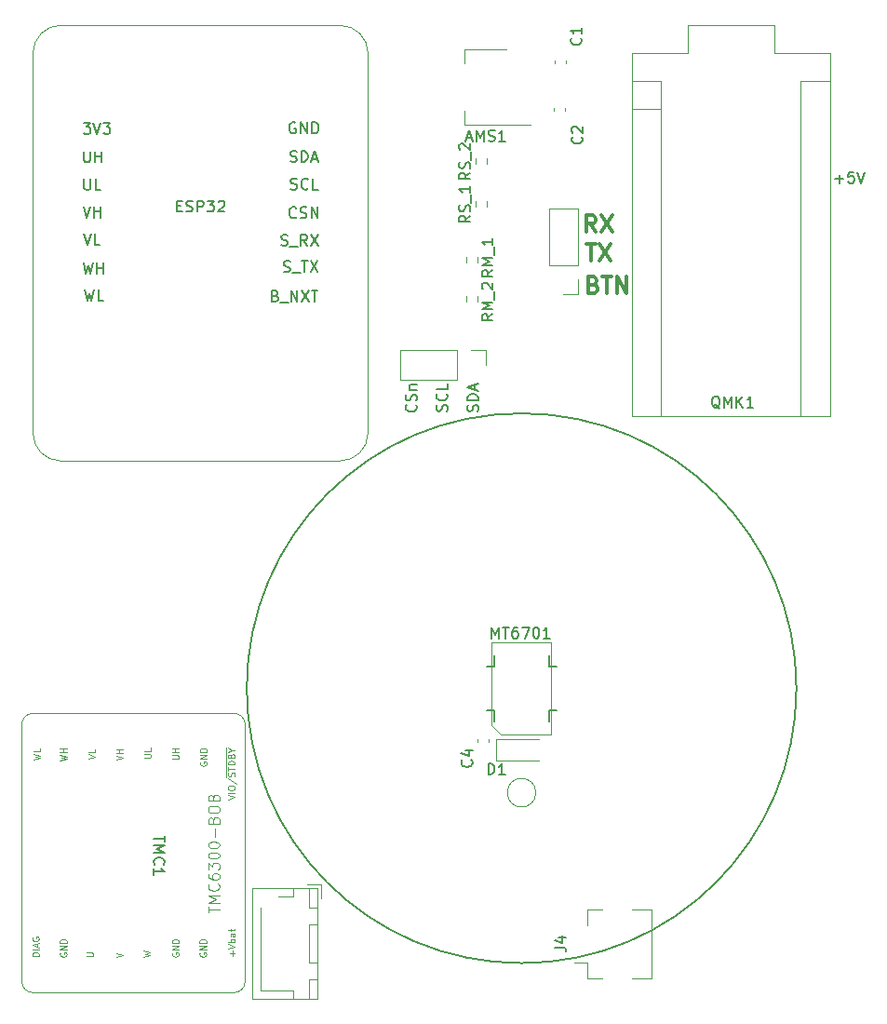
<source format=gbr>
%TF.GenerationSoftware,KiCad,Pcbnew,(6.0.1)*%
%TF.CreationDate,2023-04-08T22:05:36+08:00*%
%TF.ProjectId,Scroller Motor 1,5363726f-6c6c-4657-9220-4d6f746f7220,rev?*%
%TF.SameCoordinates,Original*%
%TF.FileFunction,Legend,Top*%
%TF.FilePolarity,Positive*%
%FSLAX46Y46*%
G04 Gerber Fmt 4.6, Leading zero omitted, Abs format (unit mm)*
G04 Created by KiCad (PCBNEW (6.0.1)) date 2023-04-08 22:05:36*
%MOMM*%
%LPD*%
G01*
G04 APERTURE LIST*
%ADD10C,0.150000*%
%ADD11C,0.300000*%
%ADD12C,0.100000*%
%ADD13C,0.120000*%
G04 APERTURE END LIST*
D10*
X129500000Y-124000000D02*
X129500000Y-125000000D01*
X124500000Y-129000000D02*
X123800000Y-129000000D01*
X129500000Y-125000000D02*
X129500000Y-124000000D01*
X123800000Y-125000000D02*
X124500000Y-125000000D01*
X129500000Y-129000000D02*
X129500000Y-130000000D01*
X124500000Y-125000000D02*
X124500000Y-124000000D01*
X129500000Y-125000000D02*
X130200000Y-125000000D01*
X124500000Y-129000000D02*
X124500000Y-130000000D01*
X130200000Y-129000000D02*
X129500000Y-129000000D01*
X152000000Y-127000000D02*
G75*
G03*
X152000000Y-127000000I-25000000J0D01*
G01*
D11*
X132857142Y-86578571D02*
X133714285Y-86578571D01*
X133285714Y-88078571D02*
X133285714Y-86578571D01*
X134071428Y-86578571D02*
X135071428Y-88078571D01*
X135071428Y-86578571D02*
X134071428Y-88078571D01*
D10*
X117357142Y-101219047D02*
X117404761Y-101266666D01*
X117452380Y-101409523D01*
X117452380Y-101504761D01*
X117404761Y-101647619D01*
X117309523Y-101742857D01*
X117214285Y-101790476D01*
X117023809Y-101838095D01*
X116880952Y-101838095D01*
X116690476Y-101790476D01*
X116595238Y-101742857D01*
X116500000Y-101647619D01*
X116452380Y-101504761D01*
X116452380Y-101409523D01*
X116500000Y-101266666D01*
X116547619Y-101219047D01*
X117404761Y-100838095D02*
X117452380Y-100695238D01*
X117452380Y-100457142D01*
X117404761Y-100361904D01*
X117357142Y-100314285D01*
X117261904Y-100266666D01*
X117166666Y-100266666D01*
X117071428Y-100314285D01*
X117023809Y-100361904D01*
X116976190Y-100457142D01*
X116928571Y-100647619D01*
X116880952Y-100742857D01*
X116833333Y-100790476D01*
X116738095Y-100838095D01*
X116642857Y-100838095D01*
X116547619Y-100790476D01*
X116500000Y-100742857D01*
X116452380Y-100647619D01*
X116452380Y-100409523D01*
X116500000Y-100266666D01*
X116785714Y-99838095D02*
X117452380Y-99838095D01*
X116880952Y-99838095D02*
X116833333Y-99790476D01*
X116785714Y-99695238D01*
X116785714Y-99552380D01*
X116833333Y-99457142D01*
X116928571Y-99409523D01*
X117452380Y-99409523D01*
X120204761Y-101790476D02*
X120252380Y-101647619D01*
X120252380Y-101409523D01*
X120204761Y-101314285D01*
X120157142Y-101266666D01*
X120061904Y-101219047D01*
X119966666Y-101219047D01*
X119871428Y-101266666D01*
X119823809Y-101314285D01*
X119776190Y-101409523D01*
X119728571Y-101600000D01*
X119680952Y-101695238D01*
X119633333Y-101742857D01*
X119538095Y-101790476D01*
X119442857Y-101790476D01*
X119347619Y-101742857D01*
X119300000Y-101695238D01*
X119252380Y-101600000D01*
X119252380Y-101361904D01*
X119300000Y-101219047D01*
X120157142Y-100219047D02*
X120204761Y-100266666D01*
X120252380Y-100409523D01*
X120252380Y-100504761D01*
X120204761Y-100647619D01*
X120109523Y-100742857D01*
X120014285Y-100790476D01*
X119823809Y-100838095D01*
X119680952Y-100838095D01*
X119490476Y-100790476D01*
X119395238Y-100742857D01*
X119300000Y-100647619D01*
X119252380Y-100504761D01*
X119252380Y-100409523D01*
X119300000Y-100266666D01*
X119347619Y-100219047D01*
X120252380Y-99314285D02*
X120252380Y-99790476D01*
X119252380Y-99790476D01*
D11*
X133550000Y-90292857D02*
X133764285Y-90364285D01*
X133835714Y-90435714D01*
X133907142Y-90578571D01*
X133907142Y-90792857D01*
X133835714Y-90935714D01*
X133764285Y-91007142D01*
X133621428Y-91078571D01*
X133050000Y-91078571D01*
X133050000Y-89578571D01*
X133550000Y-89578571D01*
X133692857Y-89650000D01*
X133764285Y-89721428D01*
X133835714Y-89864285D01*
X133835714Y-90007142D01*
X133764285Y-90150000D01*
X133692857Y-90221428D01*
X133550000Y-90292857D01*
X133050000Y-90292857D01*
X134335714Y-89578571D02*
X135192857Y-89578571D01*
X134764285Y-91078571D02*
X134764285Y-89578571D01*
X135692857Y-91078571D02*
X135692857Y-89578571D01*
X136550000Y-91078571D01*
X136550000Y-89578571D01*
D10*
X155514285Y-80671428D02*
X156276190Y-80671428D01*
X155895238Y-81052380D02*
X155895238Y-80290476D01*
X157228571Y-80052380D02*
X156752380Y-80052380D01*
X156704761Y-80528571D01*
X156752380Y-80480952D01*
X156847619Y-80433333D01*
X157085714Y-80433333D01*
X157180952Y-80480952D01*
X157228571Y-80528571D01*
X157276190Y-80623809D01*
X157276190Y-80861904D01*
X157228571Y-80957142D01*
X157180952Y-81004761D01*
X157085714Y-81052380D01*
X156847619Y-81052380D01*
X156752380Y-81004761D01*
X156704761Y-80957142D01*
X157561904Y-80052380D02*
X157895238Y-81052380D01*
X158228571Y-80052380D01*
X123004761Y-101814285D02*
X123052380Y-101671428D01*
X123052380Y-101433333D01*
X123004761Y-101338095D01*
X122957142Y-101290476D01*
X122861904Y-101242857D01*
X122766666Y-101242857D01*
X122671428Y-101290476D01*
X122623809Y-101338095D01*
X122576190Y-101433333D01*
X122528571Y-101623809D01*
X122480952Y-101719047D01*
X122433333Y-101766666D01*
X122338095Y-101814285D01*
X122242857Y-101814285D01*
X122147619Y-101766666D01*
X122100000Y-101719047D01*
X122052380Y-101623809D01*
X122052380Y-101385714D01*
X122100000Y-101242857D01*
X123052380Y-100814285D02*
X122052380Y-100814285D01*
X122052380Y-100576190D01*
X122100000Y-100433333D01*
X122195238Y-100338095D01*
X122290476Y-100290476D01*
X122480952Y-100242857D01*
X122623809Y-100242857D01*
X122814285Y-100290476D01*
X122909523Y-100338095D01*
X123004761Y-100433333D01*
X123052380Y-100576190D01*
X123052380Y-100814285D01*
X122766666Y-99861904D02*
X122766666Y-99385714D01*
X123052380Y-99957142D02*
X122052380Y-99623809D01*
X123052380Y-99290476D01*
D11*
X133750000Y-85478571D02*
X133250000Y-84764285D01*
X132892857Y-85478571D02*
X132892857Y-83978571D01*
X133464285Y-83978571D01*
X133607142Y-84050000D01*
X133678571Y-84121428D01*
X133750000Y-84264285D01*
X133750000Y-84478571D01*
X133678571Y-84621428D01*
X133607142Y-84692857D01*
X133464285Y-84764285D01*
X132892857Y-84764285D01*
X134250000Y-83978571D02*
X135250000Y-85478571D01*
X135250000Y-83978571D02*
X134250000Y-85478571D01*
D10*
%TO.C,J4*%
X130052380Y-150583333D02*
X130766666Y-150583333D01*
X130909523Y-150630952D01*
X131004761Y-150726190D01*
X131052380Y-150869047D01*
X131052380Y-150964285D01*
X130385714Y-149678571D02*
X131052380Y-149678571D01*
X130004761Y-149916666D02*
X130719047Y-150154761D01*
X130719047Y-149535714D01*
%TO.C,TMC1*%
X94527619Y-140406666D02*
X94527619Y-140978095D01*
X93527619Y-140692380D02*
X94527619Y-140692380D01*
X93527619Y-141311428D02*
X94527619Y-141311428D01*
X93813333Y-141644761D01*
X94527619Y-141978095D01*
X93527619Y-141978095D01*
X93622857Y-143025714D02*
X93575238Y-142978095D01*
X93527619Y-142835238D01*
X93527619Y-142740000D01*
X93575238Y-142597142D01*
X93670476Y-142501904D01*
X93765714Y-142454285D01*
X93956190Y-142406666D01*
X94099047Y-142406666D01*
X94289523Y-142454285D01*
X94384761Y-142501904D01*
X94480000Y-142597142D01*
X94527619Y-142740000D01*
X94527619Y-142835238D01*
X94480000Y-142978095D01*
X94432380Y-143025714D01*
X93527619Y-143978095D02*
X93527619Y-143406666D01*
X93527619Y-143692380D02*
X94527619Y-143692380D01*
X94384761Y-143597142D01*
X94289523Y-143501904D01*
X94241904Y-143406666D01*
D12*
X97780036Y-133717857D02*
X97751464Y-133775000D01*
X97751464Y-133860714D01*
X97780036Y-133946428D01*
X97837178Y-134003571D01*
X97894321Y-134032142D01*
X98008607Y-134060714D01*
X98094321Y-134060714D01*
X98208607Y-134032142D01*
X98265750Y-134003571D01*
X98322893Y-133946428D01*
X98351464Y-133860714D01*
X98351464Y-133803571D01*
X98322893Y-133717857D01*
X98294321Y-133689285D01*
X98094321Y-133689285D01*
X98094321Y-133803571D01*
X98351464Y-133432142D02*
X97751464Y-133432142D01*
X98351464Y-133089285D01*
X97751464Y-133089285D01*
X98351464Y-132803571D02*
X97751464Y-132803571D01*
X97751464Y-132660714D01*
X97780036Y-132575000D01*
X97837178Y-132517857D01*
X97894321Y-132489285D01*
X98008607Y-132460714D01*
X98094321Y-132460714D01*
X98208607Y-132489285D01*
X98265750Y-132517857D01*
X98322893Y-132575000D01*
X98351464Y-132660714D01*
X98351464Y-132803571D01*
X95240000Y-151076428D02*
X95211428Y-151133571D01*
X95211428Y-151219285D01*
X95240000Y-151305000D01*
X95297142Y-151362142D01*
X95354285Y-151390714D01*
X95468571Y-151419285D01*
X95554285Y-151419285D01*
X95668571Y-151390714D01*
X95725714Y-151362142D01*
X95782857Y-151305000D01*
X95811428Y-151219285D01*
X95811428Y-151162142D01*
X95782857Y-151076428D01*
X95754285Y-151047857D01*
X95554285Y-151047857D01*
X95554285Y-151162142D01*
X95811428Y-150790714D02*
X95211428Y-150790714D01*
X95811428Y-150447857D01*
X95211428Y-150447857D01*
X95811428Y-150162142D02*
X95211428Y-150162142D01*
X95211428Y-150019285D01*
X95240000Y-149933571D01*
X95297142Y-149876428D01*
X95354285Y-149847857D01*
X95468571Y-149819285D01*
X95554285Y-149819285D01*
X95668571Y-149847857D01*
X95725714Y-149876428D01*
X95782857Y-149933571D01*
X95811428Y-150019285D01*
X95811428Y-150162142D01*
X85040000Y-151076428D02*
X85011428Y-151133571D01*
X85011428Y-151219285D01*
X85040000Y-151305000D01*
X85097142Y-151362142D01*
X85154285Y-151390714D01*
X85268571Y-151419285D01*
X85354285Y-151419285D01*
X85468571Y-151390714D01*
X85525714Y-151362142D01*
X85582857Y-151305000D01*
X85611428Y-151219285D01*
X85611428Y-151162142D01*
X85582857Y-151076428D01*
X85554285Y-151047857D01*
X85354285Y-151047857D01*
X85354285Y-151162142D01*
X85611428Y-150790714D02*
X85011428Y-150790714D01*
X85611428Y-150447857D01*
X85011428Y-150447857D01*
X85611428Y-150162142D02*
X85011428Y-150162142D01*
X85011428Y-150019285D01*
X85040000Y-149933571D01*
X85097142Y-149876428D01*
X85154285Y-149847857D01*
X85268571Y-149819285D01*
X85354285Y-149819285D01*
X85468571Y-149847857D01*
X85525714Y-149876428D01*
X85582857Y-149933571D01*
X85611428Y-150019285D01*
X85611428Y-150162142D01*
X100682857Y-151347857D02*
X100682857Y-150890714D01*
X100911428Y-151119285D02*
X100454285Y-151119285D01*
X100311428Y-150690714D02*
X100911428Y-150490714D01*
X100311428Y-150290714D01*
X100911428Y-150090714D02*
X100311428Y-150090714D01*
X100540000Y-150090714D02*
X100511428Y-150033571D01*
X100511428Y-149919285D01*
X100540000Y-149862142D01*
X100568571Y-149833571D01*
X100625714Y-149805000D01*
X100797142Y-149805000D01*
X100854285Y-149833571D01*
X100882857Y-149862142D01*
X100911428Y-149919285D01*
X100911428Y-150033571D01*
X100882857Y-150090714D01*
X100911428Y-149290714D02*
X100597142Y-149290714D01*
X100540000Y-149319285D01*
X100511428Y-149376428D01*
X100511428Y-149490714D01*
X100540000Y-149547857D01*
X100882857Y-149290714D02*
X100911428Y-149347857D01*
X100911428Y-149490714D01*
X100882857Y-149547857D01*
X100825714Y-149576428D01*
X100768571Y-149576428D01*
X100711428Y-149547857D01*
X100682857Y-149490714D01*
X100682857Y-149347857D01*
X100654285Y-149290714D01*
X100511428Y-149090714D02*
X100511428Y-148862142D01*
X100311428Y-149005000D02*
X100825714Y-149005000D01*
X100882857Y-148976428D01*
X100911428Y-148919285D01*
X100911428Y-148862142D01*
X90111428Y-133517857D02*
X90711428Y-133317857D01*
X90111428Y-133117857D01*
X90711428Y-132917857D02*
X90111428Y-132917857D01*
X90397142Y-132917857D02*
X90397142Y-132575000D01*
X90711428Y-132575000D02*
X90111428Y-132575000D01*
X100294321Y-137117857D02*
X100894321Y-136917857D01*
X100294321Y-136717857D01*
X100894321Y-136517857D02*
X100294321Y-136517857D01*
X100294321Y-136117857D02*
X100294321Y-136003571D01*
X100322893Y-135946428D01*
X100380035Y-135889285D01*
X100494321Y-135860714D01*
X100694321Y-135860714D01*
X100808607Y-135889285D01*
X100865750Y-135946428D01*
X100894321Y-136003571D01*
X100894321Y-136117857D01*
X100865750Y-136175000D01*
X100808607Y-136232142D01*
X100694321Y-136260714D01*
X100494321Y-136260714D01*
X100380035Y-136232142D01*
X100322893Y-136175000D01*
X100294321Y-136117857D01*
X100265750Y-135175000D02*
X101037178Y-135689285D01*
X100124893Y-135117857D02*
X100124893Y-134546428D01*
X100865750Y-135003571D02*
X100894321Y-134917857D01*
X100894321Y-134775000D01*
X100865750Y-134717857D01*
X100837178Y-134689285D01*
X100780035Y-134660714D01*
X100722893Y-134660714D01*
X100665750Y-134689285D01*
X100637178Y-134717857D01*
X100608607Y-134775000D01*
X100580035Y-134889285D01*
X100551464Y-134946428D01*
X100522893Y-134975000D01*
X100465750Y-135003571D01*
X100408607Y-135003571D01*
X100351464Y-134975000D01*
X100322893Y-134946428D01*
X100294321Y-134889285D01*
X100294321Y-134746428D01*
X100322893Y-134660714D01*
X100124893Y-134546428D02*
X100124893Y-134089285D01*
X100294321Y-134489285D02*
X100294321Y-134146428D01*
X100894321Y-134317857D02*
X100294321Y-134317857D01*
X100124893Y-134089285D02*
X100124893Y-133489285D01*
X100894321Y-133946428D02*
X100294321Y-133946428D01*
X100294321Y-133803571D01*
X100322893Y-133717857D01*
X100380035Y-133660714D01*
X100437178Y-133632142D01*
X100551464Y-133603571D01*
X100637178Y-133603571D01*
X100751464Y-133632142D01*
X100808607Y-133660714D01*
X100865750Y-133717857D01*
X100894321Y-133803571D01*
X100894321Y-133946428D01*
X100124893Y-133489285D02*
X100124893Y-132889285D01*
X100580035Y-133146428D02*
X100608607Y-133060714D01*
X100637178Y-133032142D01*
X100694321Y-133003571D01*
X100780035Y-133003571D01*
X100837178Y-133032142D01*
X100865750Y-133060714D01*
X100894321Y-133117857D01*
X100894321Y-133346428D01*
X100294321Y-133346428D01*
X100294321Y-133146428D01*
X100322893Y-133089285D01*
X100351464Y-133060714D01*
X100408607Y-133032142D01*
X100465750Y-133032142D01*
X100522893Y-133060714D01*
X100551464Y-133089285D01*
X100580035Y-133146428D01*
X100580035Y-133346428D01*
X100124893Y-132889285D02*
X100124893Y-132375000D01*
X100608607Y-132632142D02*
X100894321Y-132632142D01*
X100294321Y-132832142D02*
X100608607Y-132632142D01*
X100294321Y-132432142D01*
X92611428Y-151405000D02*
X93211428Y-151262142D01*
X92782857Y-151147857D01*
X93211428Y-151033571D01*
X92611428Y-150890714D01*
X83094321Y-151362142D02*
X82494321Y-151362142D01*
X82494321Y-151219285D01*
X82522893Y-151133571D01*
X82580035Y-151076428D01*
X82637178Y-151047857D01*
X82751464Y-151019285D01*
X82837178Y-151019285D01*
X82951464Y-151047857D01*
X83008607Y-151076428D01*
X83065750Y-151133571D01*
X83094321Y-151219285D01*
X83094321Y-151362142D01*
X83094321Y-150762142D02*
X82494321Y-150762142D01*
X82922893Y-150505000D02*
X82922893Y-150219285D01*
X83094321Y-150562142D02*
X82494321Y-150362142D01*
X83094321Y-150162142D01*
X82522893Y-149647857D02*
X82494321Y-149705000D01*
X82494321Y-149790714D01*
X82522893Y-149876428D01*
X82580035Y-149933571D01*
X82637178Y-149962142D01*
X82751464Y-149990714D01*
X82837178Y-149990714D01*
X82951464Y-149962142D01*
X83008607Y-149933571D01*
X83065750Y-149876428D01*
X83094321Y-149790714D01*
X83094321Y-149733571D01*
X83065750Y-149647857D01*
X83037178Y-149619285D01*
X82837178Y-149619285D01*
X82837178Y-149733571D01*
X90111428Y-151462142D02*
X90711428Y-151262142D01*
X90111428Y-151062142D01*
X95208607Y-133432142D02*
X95694321Y-133432142D01*
X95751464Y-133403571D01*
X95780036Y-133375000D01*
X95808607Y-133317857D01*
X95808607Y-133203571D01*
X95780036Y-133146428D01*
X95751464Y-133117857D01*
X95694321Y-133089285D01*
X95208607Y-133089285D01*
X95808607Y-132803571D02*
X95208607Y-132803571D01*
X95494321Y-132803571D02*
X95494321Y-132460714D01*
X95808607Y-132460714D02*
X95208607Y-132460714D01*
X87580036Y-133417857D02*
X88180036Y-133217857D01*
X87580036Y-133017857D01*
X88180036Y-132532142D02*
X88180036Y-132817857D01*
X87580036Y-132817857D01*
X98492380Y-147401868D02*
X98492380Y-146830440D01*
X99492380Y-147116154D02*
X98492380Y-147116154D01*
X99492380Y-146497107D02*
X98492380Y-146497107D01*
X99206666Y-146163773D01*
X98492380Y-145830440D01*
X99492380Y-145830440D01*
X99397142Y-144782821D02*
X99444761Y-144830440D01*
X99492380Y-144973297D01*
X99492380Y-145068535D01*
X99444761Y-145211392D01*
X99349523Y-145306630D01*
X99254285Y-145354249D01*
X99063809Y-145401868D01*
X98920952Y-145401868D01*
X98730476Y-145354249D01*
X98635238Y-145306630D01*
X98540000Y-145211392D01*
X98492380Y-145068535D01*
X98492380Y-144973297D01*
X98540000Y-144830440D01*
X98587619Y-144782821D01*
X98492380Y-143925678D02*
X98492380Y-144116154D01*
X98540000Y-144211392D01*
X98587619Y-144259011D01*
X98730476Y-144354249D01*
X98920952Y-144401868D01*
X99301904Y-144401868D01*
X99397142Y-144354249D01*
X99444761Y-144306630D01*
X99492380Y-144211392D01*
X99492380Y-144020916D01*
X99444761Y-143925678D01*
X99397142Y-143878059D01*
X99301904Y-143830440D01*
X99063809Y-143830440D01*
X98968571Y-143878059D01*
X98920952Y-143925678D01*
X98873333Y-144020916D01*
X98873333Y-144211392D01*
X98920952Y-144306630D01*
X98968571Y-144354249D01*
X99063809Y-144401868D01*
X98492380Y-143497107D02*
X98492380Y-142878059D01*
X98873333Y-143211392D01*
X98873333Y-143068535D01*
X98920952Y-142973297D01*
X98968571Y-142925678D01*
X99063809Y-142878059D01*
X99301904Y-142878059D01*
X99397142Y-142925678D01*
X99444761Y-142973297D01*
X99492380Y-143068535D01*
X99492380Y-143354249D01*
X99444761Y-143449487D01*
X99397142Y-143497107D01*
X98492380Y-142259011D02*
X98492380Y-142163773D01*
X98540000Y-142068535D01*
X98587619Y-142020916D01*
X98682857Y-141973297D01*
X98873333Y-141925678D01*
X99111428Y-141925678D01*
X99301904Y-141973297D01*
X99397142Y-142020916D01*
X99444761Y-142068535D01*
X99492380Y-142163773D01*
X99492380Y-142259011D01*
X99444761Y-142354249D01*
X99397142Y-142401868D01*
X99301904Y-142449487D01*
X99111428Y-142497107D01*
X98873333Y-142497107D01*
X98682857Y-142449487D01*
X98587619Y-142401868D01*
X98540000Y-142354249D01*
X98492380Y-142259011D01*
X98492380Y-141306630D02*
X98492380Y-141211392D01*
X98540000Y-141116154D01*
X98587619Y-141068535D01*
X98682857Y-141020916D01*
X98873333Y-140973297D01*
X99111428Y-140973297D01*
X99301904Y-141020916D01*
X99397142Y-141068535D01*
X99444761Y-141116154D01*
X99492380Y-141211392D01*
X99492380Y-141306630D01*
X99444761Y-141401868D01*
X99397142Y-141449487D01*
X99301904Y-141497107D01*
X99111428Y-141544726D01*
X98873333Y-141544726D01*
X98682857Y-141497107D01*
X98587619Y-141449487D01*
X98540000Y-141401868D01*
X98492380Y-141306630D01*
X99111428Y-140544726D02*
X99111428Y-139782821D01*
X98968571Y-138973297D02*
X99016190Y-138830440D01*
X99063809Y-138782821D01*
X99159047Y-138735202D01*
X99301904Y-138735202D01*
X99397142Y-138782821D01*
X99444761Y-138830440D01*
X99492380Y-138925678D01*
X99492380Y-139306630D01*
X98492380Y-139306630D01*
X98492380Y-138973297D01*
X98540000Y-138878059D01*
X98587619Y-138830440D01*
X98682857Y-138782821D01*
X98778095Y-138782821D01*
X98873333Y-138830440D01*
X98920952Y-138878059D01*
X98968571Y-138973297D01*
X98968571Y-139306630D01*
X98492380Y-138116154D02*
X98492380Y-137925678D01*
X98540000Y-137830440D01*
X98635238Y-137735202D01*
X98825714Y-137687583D01*
X99159047Y-137687583D01*
X99349523Y-137735202D01*
X99444761Y-137830440D01*
X99492380Y-137925678D01*
X99492380Y-138116154D01*
X99444761Y-138211392D01*
X99349523Y-138306630D01*
X99159047Y-138354249D01*
X98825714Y-138354249D01*
X98635238Y-138306630D01*
X98540000Y-138211392D01*
X98492380Y-138116154D01*
X98968571Y-136925678D02*
X99016190Y-136782821D01*
X99063809Y-136735202D01*
X99159047Y-136687583D01*
X99301904Y-136687583D01*
X99397142Y-136735202D01*
X99444761Y-136782821D01*
X99492380Y-136878059D01*
X99492380Y-137259011D01*
X98492380Y-137259011D01*
X98492380Y-136925678D01*
X98540000Y-136830440D01*
X98587619Y-136782821D01*
X98682857Y-136735202D01*
X98778095Y-136735202D01*
X98873333Y-136782821D01*
X98920952Y-136830440D01*
X98968571Y-136925678D01*
X98968571Y-137259011D01*
X85011428Y-133589285D02*
X85611428Y-133446428D01*
X85182857Y-133332142D01*
X85611428Y-133217857D01*
X85011428Y-133075000D01*
X85611428Y-132846428D02*
X85011428Y-132846428D01*
X85297142Y-132846428D02*
X85297142Y-132503571D01*
X85611428Y-132503571D02*
X85011428Y-132503571D01*
X87411428Y-151390714D02*
X87897142Y-151390714D01*
X87954285Y-151362142D01*
X87982857Y-151333571D01*
X88011428Y-151276428D01*
X88011428Y-151162142D01*
X87982857Y-151105000D01*
X87954285Y-151076428D01*
X87897142Y-151047857D01*
X87411428Y-151047857D01*
X82611428Y-133489285D02*
X83211428Y-133346428D01*
X82782857Y-133232142D01*
X83211428Y-133117857D01*
X82611428Y-132975000D01*
X83211428Y-132460714D02*
X83211428Y-132746428D01*
X82611428Y-132746428D01*
X97740000Y-151076428D02*
X97711428Y-151133571D01*
X97711428Y-151219285D01*
X97740000Y-151305000D01*
X97797142Y-151362142D01*
X97854285Y-151390714D01*
X97968571Y-151419285D01*
X98054285Y-151419285D01*
X98168571Y-151390714D01*
X98225714Y-151362142D01*
X98282857Y-151305000D01*
X98311428Y-151219285D01*
X98311428Y-151162142D01*
X98282857Y-151076428D01*
X98254285Y-151047857D01*
X98054285Y-151047857D01*
X98054285Y-151162142D01*
X98311428Y-150790714D02*
X97711428Y-150790714D01*
X98311428Y-150447857D01*
X97711428Y-150447857D01*
X98311428Y-150162142D02*
X97711428Y-150162142D01*
X97711428Y-150019285D01*
X97740000Y-149933571D01*
X97797142Y-149876428D01*
X97854285Y-149847857D01*
X97968571Y-149819285D01*
X98054285Y-149819285D01*
X98168571Y-149847857D01*
X98225714Y-149876428D01*
X98282857Y-149933571D01*
X98311428Y-150019285D01*
X98311428Y-150162142D01*
X92665750Y-133332142D02*
X93151464Y-133332142D01*
X93208607Y-133303571D01*
X93237179Y-133275000D01*
X93265750Y-133217857D01*
X93265750Y-133103571D01*
X93237179Y-133046428D01*
X93208607Y-133017857D01*
X93151464Y-132989285D01*
X92665750Y-132989285D01*
X93265750Y-132417857D02*
X93265750Y-132703571D01*
X92665750Y-132703571D01*
D10*
%TO.C,C1*%
X132357142Y-67866666D02*
X132404761Y-67914285D01*
X132452380Y-68057142D01*
X132452380Y-68152380D01*
X132404761Y-68295238D01*
X132309523Y-68390476D01*
X132214285Y-68438095D01*
X132023809Y-68485714D01*
X131880952Y-68485714D01*
X131690476Y-68438095D01*
X131595238Y-68390476D01*
X131500000Y-68295238D01*
X131452380Y-68152380D01*
X131452380Y-68057142D01*
X131500000Y-67914285D01*
X131547619Y-67866666D01*
X132452380Y-66914285D02*
X132452380Y-67485714D01*
X132452380Y-67200000D02*
X131452380Y-67200000D01*
X131595238Y-67295238D01*
X131690476Y-67390476D01*
X131738095Y-67485714D01*
%TO.C,RM_1*%
X124382380Y-88979047D02*
X123906190Y-89312380D01*
X124382380Y-89550476D02*
X123382380Y-89550476D01*
X123382380Y-89169523D01*
X123430000Y-89074285D01*
X123477619Y-89026666D01*
X123572857Y-88979047D01*
X123715714Y-88979047D01*
X123810952Y-89026666D01*
X123858571Y-89074285D01*
X123906190Y-89169523D01*
X123906190Y-89550476D01*
X124382380Y-88550476D02*
X123382380Y-88550476D01*
X124096666Y-88217142D01*
X123382380Y-87883809D01*
X124382380Y-87883809D01*
X124477619Y-87645714D02*
X124477619Y-86883809D01*
X124382380Y-86121904D02*
X124382380Y-86693333D01*
X124382380Y-86407619D02*
X123382380Y-86407619D01*
X123525238Y-86502857D01*
X123620476Y-86598095D01*
X123668095Y-86693333D01*
%TO.C,RS_2*%
X122322380Y-80111309D02*
X121846190Y-80444642D01*
X122322380Y-80682738D02*
X121322380Y-80682738D01*
X121322380Y-80301785D01*
X121370000Y-80206547D01*
X121417619Y-80158928D01*
X121512857Y-80111309D01*
X121655714Y-80111309D01*
X121750952Y-80158928D01*
X121798571Y-80206547D01*
X121846190Y-80301785D01*
X121846190Y-80682738D01*
X122274761Y-79730357D02*
X122322380Y-79587500D01*
X122322380Y-79349404D01*
X122274761Y-79254166D01*
X122227142Y-79206547D01*
X122131904Y-79158928D01*
X122036666Y-79158928D01*
X121941428Y-79206547D01*
X121893809Y-79254166D01*
X121846190Y-79349404D01*
X121798571Y-79539880D01*
X121750952Y-79635119D01*
X121703333Y-79682738D01*
X121608095Y-79730357D01*
X121512857Y-79730357D01*
X121417619Y-79682738D01*
X121370000Y-79635119D01*
X121322380Y-79539880D01*
X121322380Y-79301785D01*
X121370000Y-79158928D01*
X122417619Y-78968452D02*
X122417619Y-78206547D01*
X121417619Y-78016071D02*
X121370000Y-77968452D01*
X121322380Y-77873214D01*
X121322380Y-77635119D01*
X121370000Y-77539880D01*
X121417619Y-77492261D01*
X121512857Y-77444642D01*
X121608095Y-77444642D01*
X121750952Y-77492261D01*
X122322380Y-78063690D01*
X122322380Y-77444642D01*
%TO.C,QMK1*%
X145033333Y-101547619D02*
X144938095Y-101500000D01*
X144842857Y-101404761D01*
X144700000Y-101261904D01*
X144604761Y-101214285D01*
X144509523Y-101214285D01*
X144557142Y-101452380D02*
X144461904Y-101404761D01*
X144366666Y-101309523D01*
X144319047Y-101119047D01*
X144319047Y-100785714D01*
X144366666Y-100595238D01*
X144461904Y-100500000D01*
X144557142Y-100452380D01*
X144747619Y-100452380D01*
X144842857Y-100500000D01*
X144938095Y-100595238D01*
X144985714Y-100785714D01*
X144985714Y-101119047D01*
X144938095Y-101309523D01*
X144842857Y-101404761D01*
X144747619Y-101452380D01*
X144557142Y-101452380D01*
X145414285Y-101452380D02*
X145414285Y-100452380D01*
X145747619Y-101166666D01*
X146080952Y-100452380D01*
X146080952Y-101452380D01*
X146557142Y-101452380D02*
X146557142Y-100452380D01*
X147128571Y-101452380D02*
X146700000Y-100880952D01*
X147128571Y-100452380D02*
X146557142Y-101023809D01*
X148080952Y-101452380D02*
X147509523Y-101452380D01*
X147795238Y-101452380D02*
X147795238Y-100452380D01*
X147700000Y-100595238D01*
X147604761Y-100690476D01*
X147509523Y-100738095D01*
%TO.C,C4*%
X122427142Y-133529166D02*
X122474761Y-133576785D01*
X122522380Y-133719642D01*
X122522380Y-133814880D01*
X122474761Y-133957738D01*
X122379523Y-134052976D01*
X122284285Y-134100595D01*
X122093809Y-134148214D01*
X121950952Y-134148214D01*
X121760476Y-134100595D01*
X121665238Y-134052976D01*
X121570000Y-133957738D01*
X121522380Y-133814880D01*
X121522380Y-133719642D01*
X121570000Y-133576785D01*
X121617619Y-133529166D01*
X121855714Y-132672023D02*
X122522380Y-132672023D01*
X121474761Y-132910119D02*
X122189047Y-133148214D01*
X122189047Y-132529166D01*
%TO.C,RM_2*%
X124382380Y-92979047D02*
X123906190Y-93312380D01*
X124382380Y-93550476D02*
X123382380Y-93550476D01*
X123382380Y-93169523D01*
X123430000Y-93074285D01*
X123477619Y-93026666D01*
X123572857Y-92979047D01*
X123715714Y-92979047D01*
X123810952Y-93026666D01*
X123858571Y-93074285D01*
X123906190Y-93169523D01*
X123906190Y-93550476D01*
X124382380Y-92550476D02*
X123382380Y-92550476D01*
X124096666Y-92217142D01*
X123382380Y-91883809D01*
X124382380Y-91883809D01*
X124477619Y-91645714D02*
X124477619Y-90883809D01*
X123477619Y-90693333D02*
X123430000Y-90645714D01*
X123382380Y-90550476D01*
X123382380Y-90312380D01*
X123430000Y-90217142D01*
X123477619Y-90169523D01*
X123572857Y-90121904D01*
X123668095Y-90121904D01*
X123810952Y-90169523D01*
X124382380Y-90740952D01*
X124382380Y-90121904D01*
%TO.C,ESP32*%
X95647142Y-83128571D02*
X95980476Y-83128571D01*
X96123333Y-83652380D02*
X95647142Y-83652380D01*
X95647142Y-82652380D01*
X96123333Y-82652380D01*
X96504285Y-83604761D02*
X96647142Y-83652380D01*
X96885238Y-83652380D01*
X96980476Y-83604761D01*
X97028095Y-83557142D01*
X97075714Y-83461904D01*
X97075714Y-83366666D01*
X97028095Y-83271428D01*
X96980476Y-83223809D01*
X96885238Y-83176190D01*
X96694761Y-83128571D01*
X96599523Y-83080952D01*
X96551904Y-83033333D01*
X96504285Y-82938095D01*
X96504285Y-82842857D01*
X96551904Y-82747619D01*
X96599523Y-82700000D01*
X96694761Y-82652380D01*
X96932857Y-82652380D01*
X97075714Y-82700000D01*
X97504285Y-83652380D02*
X97504285Y-82652380D01*
X97885238Y-82652380D01*
X97980476Y-82700000D01*
X98028095Y-82747619D01*
X98075714Y-82842857D01*
X98075714Y-82985714D01*
X98028095Y-83080952D01*
X97980476Y-83128571D01*
X97885238Y-83176190D01*
X97504285Y-83176190D01*
X98409047Y-82652380D02*
X99028095Y-82652380D01*
X98694761Y-83033333D01*
X98837619Y-83033333D01*
X98932857Y-83080952D01*
X98980476Y-83128571D01*
X99028095Y-83223809D01*
X99028095Y-83461904D01*
X98980476Y-83557142D01*
X98932857Y-83604761D01*
X98837619Y-83652380D01*
X98551904Y-83652380D01*
X98456666Y-83604761D01*
X98409047Y-83557142D01*
X99409047Y-82747619D02*
X99456666Y-82700000D01*
X99551904Y-82652380D01*
X99790000Y-82652380D01*
X99885238Y-82700000D01*
X99932857Y-82747619D01*
X99980476Y-82842857D01*
X99980476Y-82938095D01*
X99932857Y-83080952D01*
X99361428Y-83652380D01*
X99980476Y-83652380D01*
X106426095Y-75586000D02*
X106330857Y-75538380D01*
X106188000Y-75538380D01*
X106045142Y-75586000D01*
X105949904Y-75681238D01*
X105902285Y-75776476D01*
X105854666Y-75966952D01*
X105854666Y-76109809D01*
X105902285Y-76300285D01*
X105949904Y-76395523D01*
X106045142Y-76490761D01*
X106188000Y-76538380D01*
X106283238Y-76538380D01*
X106426095Y-76490761D01*
X106473714Y-76443142D01*
X106473714Y-76109809D01*
X106283238Y-76109809D01*
X106902285Y-76538380D02*
X106902285Y-75538380D01*
X107473714Y-76538380D01*
X107473714Y-75538380D01*
X107949904Y-76538380D02*
X107949904Y-75538380D01*
X108188000Y-75538380D01*
X108330857Y-75586000D01*
X108426095Y-75681238D01*
X108473714Y-75776476D01*
X108521333Y-75966952D01*
X108521333Y-76109809D01*
X108473714Y-76300285D01*
X108426095Y-76395523D01*
X108330857Y-76490761D01*
X108188000Y-76538380D01*
X107949904Y-76538380D01*
X104597523Y-91314571D02*
X104740380Y-91362190D01*
X104788000Y-91409809D01*
X104835619Y-91505047D01*
X104835619Y-91647904D01*
X104788000Y-91743142D01*
X104740380Y-91790761D01*
X104645142Y-91838380D01*
X104264190Y-91838380D01*
X104264190Y-90838380D01*
X104597523Y-90838380D01*
X104692761Y-90886000D01*
X104740380Y-90933619D01*
X104788000Y-91028857D01*
X104788000Y-91124095D01*
X104740380Y-91219333D01*
X104692761Y-91266952D01*
X104597523Y-91314571D01*
X104264190Y-91314571D01*
X105026095Y-91933619D02*
X105788000Y-91933619D01*
X106026095Y-91838380D02*
X106026095Y-90838380D01*
X106597523Y-91838380D01*
X106597523Y-90838380D01*
X106978476Y-90838380D02*
X107645142Y-91838380D01*
X107645142Y-90838380D02*
X106978476Y-91838380D01*
X107883238Y-90838380D02*
X108454666Y-90838380D01*
X108168952Y-91838380D02*
X108168952Y-90838380D01*
X87182476Y-78178380D02*
X87182476Y-78987904D01*
X87230095Y-79083142D01*
X87277714Y-79130761D01*
X87372952Y-79178380D01*
X87563428Y-79178380D01*
X87658666Y-79130761D01*
X87706285Y-79083142D01*
X87753904Y-78987904D01*
X87753904Y-78178380D01*
X88230095Y-79178380D02*
X88230095Y-78178380D01*
X88230095Y-78654571D02*
X88801523Y-78654571D01*
X88801523Y-79178380D02*
X88801523Y-78178380D01*
X105364190Y-89090761D02*
X105507047Y-89138380D01*
X105745142Y-89138380D01*
X105840380Y-89090761D01*
X105888000Y-89043142D01*
X105935619Y-88947904D01*
X105935619Y-88852666D01*
X105888000Y-88757428D01*
X105840380Y-88709809D01*
X105745142Y-88662190D01*
X105554666Y-88614571D01*
X105459428Y-88566952D01*
X105411809Y-88519333D01*
X105364190Y-88424095D01*
X105364190Y-88328857D01*
X105411809Y-88233619D01*
X105459428Y-88186000D01*
X105554666Y-88138380D01*
X105792761Y-88138380D01*
X105935619Y-88186000D01*
X106126095Y-89233619D02*
X106888000Y-89233619D01*
X106983238Y-88138380D02*
X107554666Y-88138380D01*
X107268952Y-89138380D02*
X107268952Y-88138380D01*
X107792761Y-88138380D02*
X108459428Y-89138380D01*
X108459428Y-88138380D02*
X107792761Y-89138380D01*
X105997523Y-81590761D02*
X106140380Y-81638380D01*
X106378476Y-81638380D01*
X106473714Y-81590761D01*
X106521333Y-81543142D01*
X106568952Y-81447904D01*
X106568952Y-81352666D01*
X106521333Y-81257428D01*
X106473714Y-81209809D01*
X106378476Y-81162190D01*
X106188000Y-81114571D01*
X106092761Y-81066952D01*
X106045142Y-81019333D01*
X105997523Y-80924095D01*
X105997523Y-80828857D01*
X106045142Y-80733619D01*
X106092761Y-80686000D01*
X106188000Y-80638380D01*
X106426095Y-80638380D01*
X106568952Y-80686000D01*
X107568952Y-81543142D02*
X107521333Y-81590761D01*
X107378476Y-81638380D01*
X107283238Y-81638380D01*
X107140380Y-81590761D01*
X107045142Y-81495523D01*
X106997523Y-81400285D01*
X106949904Y-81209809D01*
X106949904Y-81066952D01*
X106997523Y-80876476D01*
X107045142Y-80781238D01*
X107140380Y-80686000D01*
X107283238Y-80638380D01*
X107378476Y-80638380D01*
X107521333Y-80686000D01*
X107568952Y-80733619D01*
X108473714Y-81638380D02*
X107997523Y-81638380D01*
X107997523Y-80638380D01*
X87258666Y-90778380D02*
X87496761Y-91778380D01*
X87687238Y-91064095D01*
X87877714Y-91778380D01*
X88115809Y-90778380D01*
X88972952Y-91778380D02*
X88496761Y-91778380D01*
X88496761Y-90778380D01*
X105973714Y-79090761D02*
X106116571Y-79138380D01*
X106354666Y-79138380D01*
X106449904Y-79090761D01*
X106497523Y-79043142D01*
X106545142Y-78947904D01*
X106545142Y-78852666D01*
X106497523Y-78757428D01*
X106449904Y-78709809D01*
X106354666Y-78662190D01*
X106164190Y-78614571D01*
X106068952Y-78566952D01*
X106021333Y-78519333D01*
X105973714Y-78424095D01*
X105973714Y-78328857D01*
X106021333Y-78233619D01*
X106068952Y-78186000D01*
X106164190Y-78138380D01*
X106402285Y-78138380D01*
X106545142Y-78186000D01*
X106973714Y-79138380D02*
X106973714Y-78138380D01*
X107211809Y-78138380D01*
X107354666Y-78186000D01*
X107449904Y-78281238D01*
X107497523Y-78376476D01*
X107545142Y-78566952D01*
X107545142Y-78709809D01*
X107497523Y-78900285D01*
X107449904Y-78995523D01*
X107354666Y-79090761D01*
X107211809Y-79138380D01*
X106973714Y-79138380D01*
X107926095Y-78852666D02*
X108402285Y-78852666D01*
X107830857Y-79138380D02*
X108164190Y-78138380D01*
X108497523Y-79138380D01*
X87134857Y-83178380D02*
X87468190Y-84178380D01*
X87801523Y-83178380D01*
X88134857Y-84178380D02*
X88134857Y-83178380D01*
X88134857Y-83654571D02*
X88706285Y-83654571D01*
X88706285Y-84178380D02*
X88706285Y-83178380D01*
X87201523Y-80678380D02*
X87201523Y-81487904D01*
X87249142Y-81583142D01*
X87296761Y-81630761D01*
X87392000Y-81678380D01*
X87582476Y-81678380D01*
X87677714Y-81630761D01*
X87725333Y-81583142D01*
X87772952Y-81487904D01*
X87772952Y-80678380D01*
X88725333Y-81678380D02*
X88249142Y-81678380D01*
X88249142Y-80678380D01*
X87153904Y-75578380D02*
X87772952Y-75578380D01*
X87439619Y-75959333D01*
X87582476Y-75959333D01*
X87677714Y-76006952D01*
X87725333Y-76054571D01*
X87772952Y-76149809D01*
X87772952Y-76387904D01*
X87725333Y-76483142D01*
X87677714Y-76530761D01*
X87582476Y-76578380D01*
X87296761Y-76578380D01*
X87201523Y-76530761D01*
X87153904Y-76483142D01*
X88058666Y-75578380D02*
X88392000Y-76578380D01*
X88725333Y-75578380D01*
X88963428Y-75578380D02*
X89582476Y-75578380D01*
X89249142Y-75959333D01*
X89392000Y-75959333D01*
X89487238Y-76006952D01*
X89534857Y-76054571D01*
X89582476Y-76149809D01*
X89582476Y-76387904D01*
X89534857Y-76483142D01*
X89487238Y-76530761D01*
X89392000Y-76578380D01*
X89106285Y-76578380D01*
X89011047Y-76530761D01*
X88963428Y-76483142D01*
X87153904Y-85678380D02*
X87487238Y-86678380D01*
X87820571Y-85678380D01*
X88630095Y-86678380D02*
X88153904Y-86678380D01*
X88153904Y-85678380D01*
X105145142Y-86690761D02*
X105288000Y-86738380D01*
X105526095Y-86738380D01*
X105621333Y-86690761D01*
X105668952Y-86643142D01*
X105716571Y-86547904D01*
X105716571Y-86452666D01*
X105668952Y-86357428D01*
X105621333Y-86309809D01*
X105526095Y-86262190D01*
X105335619Y-86214571D01*
X105240380Y-86166952D01*
X105192761Y-86119333D01*
X105145142Y-86024095D01*
X105145142Y-85928857D01*
X105192761Y-85833619D01*
X105240380Y-85786000D01*
X105335619Y-85738380D01*
X105573714Y-85738380D01*
X105716571Y-85786000D01*
X105907047Y-86833619D02*
X106668952Y-86833619D01*
X107478476Y-86738380D02*
X107145142Y-86262190D01*
X106907047Y-86738380D02*
X106907047Y-85738380D01*
X107288000Y-85738380D01*
X107383238Y-85786000D01*
X107430857Y-85833619D01*
X107478476Y-85928857D01*
X107478476Y-86071714D01*
X107430857Y-86166952D01*
X107383238Y-86214571D01*
X107288000Y-86262190D01*
X106907047Y-86262190D01*
X107811809Y-85738380D02*
X108478476Y-86738380D01*
X108478476Y-85738380D02*
X107811809Y-86738380D01*
X106497523Y-84143142D02*
X106449904Y-84190761D01*
X106307047Y-84238380D01*
X106211809Y-84238380D01*
X106068952Y-84190761D01*
X105973714Y-84095523D01*
X105926095Y-84000285D01*
X105878476Y-83809809D01*
X105878476Y-83666952D01*
X105926095Y-83476476D01*
X105973714Y-83381238D01*
X106068952Y-83286000D01*
X106211809Y-83238380D01*
X106307047Y-83238380D01*
X106449904Y-83286000D01*
X106497523Y-83333619D01*
X106878476Y-84190761D02*
X107021333Y-84238380D01*
X107259428Y-84238380D01*
X107354666Y-84190761D01*
X107402285Y-84143142D01*
X107449904Y-84047904D01*
X107449904Y-83952666D01*
X107402285Y-83857428D01*
X107354666Y-83809809D01*
X107259428Y-83762190D01*
X107068952Y-83714571D01*
X106973714Y-83666952D01*
X106926095Y-83619333D01*
X106878476Y-83524095D01*
X106878476Y-83428857D01*
X106926095Y-83333619D01*
X106973714Y-83286000D01*
X107068952Y-83238380D01*
X107307047Y-83238380D01*
X107449904Y-83286000D01*
X107878476Y-84238380D02*
X107878476Y-83238380D01*
X108449904Y-84238380D01*
X108449904Y-83238380D01*
X87139619Y-88278380D02*
X87377714Y-89278380D01*
X87568190Y-88564095D01*
X87758666Y-89278380D01*
X87996761Y-88278380D01*
X88377714Y-89278380D02*
X88377714Y-88278380D01*
X88377714Y-88754571D02*
X88949142Y-88754571D01*
X88949142Y-89278380D02*
X88949142Y-88278380D01*
%TO.C,RS_1*%
X122322380Y-84011309D02*
X121846190Y-84344642D01*
X122322380Y-84582738D02*
X121322380Y-84582738D01*
X121322380Y-84201785D01*
X121370000Y-84106547D01*
X121417619Y-84058928D01*
X121512857Y-84011309D01*
X121655714Y-84011309D01*
X121750952Y-84058928D01*
X121798571Y-84106547D01*
X121846190Y-84201785D01*
X121846190Y-84582738D01*
X122274761Y-83630357D02*
X122322380Y-83487500D01*
X122322380Y-83249404D01*
X122274761Y-83154166D01*
X122227142Y-83106547D01*
X122131904Y-83058928D01*
X122036666Y-83058928D01*
X121941428Y-83106547D01*
X121893809Y-83154166D01*
X121846190Y-83249404D01*
X121798571Y-83439880D01*
X121750952Y-83535119D01*
X121703333Y-83582738D01*
X121608095Y-83630357D01*
X121512857Y-83630357D01*
X121417619Y-83582738D01*
X121370000Y-83535119D01*
X121322380Y-83439880D01*
X121322380Y-83201785D01*
X121370000Y-83058928D01*
X122417619Y-82868452D02*
X122417619Y-82106547D01*
X122322380Y-81344642D02*
X122322380Y-81916071D01*
X122322380Y-81630357D02*
X121322380Y-81630357D01*
X121465238Y-81725595D01*
X121560476Y-81820833D01*
X121608095Y-81916071D01*
%TO.C,AMS1*%
X121988095Y-76966666D02*
X122464285Y-76966666D01*
X121892857Y-77252380D02*
X122226190Y-76252380D01*
X122559523Y-77252380D01*
X122892857Y-77252380D02*
X122892857Y-76252380D01*
X123226190Y-76966666D01*
X123559523Y-76252380D01*
X123559523Y-77252380D01*
X123988095Y-77204761D02*
X124130952Y-77252380D01*
X124369047Y-77252380D01*
X124464285Y-77204761D01*
X124511904Y-77157142D01*
X124559523Y-77061904D01*
X124559523Y-76966666D01*
X124511904Y-76871428D01*
X124464285Y-76823809D01*
X124369047Y-76776190D01*
X124178571Y-76728571D01*
X124083333Y-76680952D01*
X124035714Y-76633333D01*
X123988095Y-76538095D01*
X123988095Y-76442857D01*
X124035714Y-76347619D01*
X124083333Y-76300000D01*
X124178571Y-76252380D01*
X124416666Y-76252380D01*
X124559523Y-76300000D01*
X125511904Y-77252380D02*
X124940476Y-77252380D01*
X125226190Y-77252380D02*
X125226190Y-76252380D01*
X125130952Y-76395238D01*
X125035714Y-76490476D01*
X124940476Y-76538095D01*
%TO.C,MT6701*%
X124280952Y-122452380D02*
X124280952Y-121452380D01*
X124614285Y-122166666D01*
X124947619Y-121452380D01*
X124947619Y-122452380D01*
X125280952Y-121452380D02*
X125852380Y-121452380D01*
X125566666Y-122452380D02*
X125566666Y-121452380D01*
X126614285Y-121452380D02*
X126423809Y-121452380D01*
X126328571Y-121500000D01*
X126280952Y-121547619D01*
X126185714Y-121690476D01*
X126138095Y-121880952D01*
X126138095Y-122261904D01*
X126185714Y-122357142D01*
X126233333Y-122404761D01*
X126328571Y-122452380D01*
X126519047Y-122452380D01*
X126614285Y-122404761D01*
X126661904Y-122357142D01*
X126709523Y-122261904D01*
X126709523Y-122023809D01*
X126661904Y-121928571D01*
X126614285Y-121880952D01*
X126519047Y-121833333D01*
X126328571Y-121833333D01*
X126233333Y-121880952D01*
X126185714Y-121928571D01*
X126138095Y-122023809D01*
X127042857Y-121452380D02*
X127709523Y-121452380D01*
X127280952Y-122452380D01*
X128280952Y-121452380D02*
X128376190Y-121452380D01*
X128471428Y-121500000D01*
X128519047Y-121547619D01*
X128566666Y-121642857D01*
X128614285Y-121833333D01*
X128614285Y-122071428D01*
X128566666Y-122261904D01*
X128519047Y-122357142D01*
X128471428Y-122404761D01*
X128376190Y-122452380D01*
X128280952Y-122452380D01*
X128185714Y-122404761D01*
X128138095Y-122357142D01*
X128090476Y-122261904D01*
X128042857Y-122071428D01*
X128042857Y-121833333D01*
X128090476Y-121642857D01*
X128138095Y-121547619D01*
X128185714Y-121500000D01*
X128280952Y-121452380D01*
X129566666Y-122452380D02*
X128995238Y-122452380D01*
X129280952Y-122452380D02*
X129280952Y-121452380D01*
X129185714Y-121595238D01*
X129090476Y-121690476D01*
X128995238Y-121738095D01*
%TO.C,C2*%
X132457142Y-76866666D02*
X132504761Y-76914285D01*
X132552380Y-77057142D01*
X132552380Y-77152380D01*
X132504761Y-77295238D01*
X132409523Y-77390476D01*
X132314285Y-77438095D01*
X132123809Y-77485714D01*
X131980952Y-77485714D01*
X131790476Y-77438095D01*
X131695238Y-77390476D01*
X131600000Y-77295238D01*
X131552380Y-77152380D01*
X131552380Y-77057142D01*
X131600000Y-76914285D01*
X131647619Y-76866666D01*
X131647619Y-76485714D02*
X131600000Y-76438095D01*
X131552380Y-76342857D01*
X131552380Y-76104761D01*
X131600000Y-76009523D01*
X131647619Y-75961904D01*
X131742857Y-75914285D01*
X131838095Y-75914285D01*
X131980952Y-75961904D01*
X132552380Y-76533333D01*
X132552380Y-75914285D01*
%TO.C,D1*%
X123961904Y-134852380D02*
X123961904Y-133852380D01*
X124200000Y-133852380D01*
X124342857Y-133900000D01*
X124438095Y-133995238D01*
X124485714Y-134090476D01*
X124533333Y-134280952D01*
X124533333Y-134423809D01*
X124485714Y-134614285D01*
X124438095Y-134709523D01*
X124342857Y-134804761D01*
X124200000Y-134852380D01*
X123961904Y-134852380D01*
X125485714Y-134852380D02*
X124914285Y-134852380D01*
X125200000Y-134852380D02*
X125200000Y-133852380D01*
X125104761Y-133995238D01*
X125009523Y-134090476D01*
X124914285Y-134138095D01*
D13*
%TO.C,Mnt2*%
X128300000Y-136500000D02*
G75*
G03*
X128300000Y-136500000I-1300000J0D01*
G01*
%TO.C,J4*%
X133000000Y-151910000D02*
X133000000Y-153400000D01*
X133000000Y-153400000D02*
X134340000Y-153400000D01*
X133000000Y-148590000D02*
X133000000Y-147100000D01*
X133000000Y-147100000D02*
X134340000Y-147100000D01*
X137060000Y-153400000D02*
X138800000Y-153400000D01*
X138800000Y-153400000D02*
X138800000Y-147100000D01*
X138800000Y-147100000D02*
X137060000Y-147100000D01*
X133000000Y-151910000D02*
X131800000Y-151910000D01*
%TO.C,TMC1*%
X101854000Y-130302000D02*
X101854000Y-153670000D01*
X100838000Y-154686000D02*
X82550000Y-154686000D01*
X82550000Y-129286000D02*
X100838000Y-129286000D01*
X81534000Y-153670000D02*
X81534000Y-130302000D01*
X101854000Y-130302000D02*
G75*
G03*
X100838000Y-129286000I-1016002J-2D01*
G01*
X81534000Y-153670000D02*
G75*
G03*
X82550000Y-154686000I1016002J2D01*
G01*
X100838000Y-154686000D02*
G75*
G03*
X101854000Y-153670000I-2J1016002D01*
G01*
X82550000Y-129286000D02*
G75*
G03*
X81534000Y-130302000I2J-1016002D01*
G01*
%TO.C,C1*%
X129990000Y-69891233D02*
X129990000Y-70183767D01*
X131010000Y-69891233D02*
X131010000Y-70183767D01*
%TO.C,J2*%
X121130000Y-96270000D02*
X121130000Y-98930000D01*
X122400000Y-96270000D02*
X123730000Y-96270000D01*
X121130000Y-98930000D02*
X115990000Y-98930000D01*
X115990000Y-96270000D02*
X115990000Y-98930000D01*
X121130000Y-96270000D02*
X115990000Y-96270000D01*
X123730000Y-96270000D02*
X123730000Y-97600000D01*
%TO.C,RM_1*%
X123022500Y-87800276D02*
X123022500Y-88309724D01*
X121977500Y-87800276D02*
X121977500Y-88309724D01*
%TO.C,RS_2*%
X123822500Y-79342224D02*
X123822500Y-78832776D01*
X122777500Y-79342224D02*
X122777500Y-78832776D01*
%TO.C,QMK1*%
X137033000Y-102235000D02*
X152400000Y-102235000D01*
X152400000Y-99695000D02*
X152400000Y-102235000D01*
X142113000Y-69215000D02*
X137033000Y-69215000D01*
X139700000Y-74295000D02*
X137030000Y-74295000D01*
X137033000Y-69215000D02*
X137030000Y-102235000D01*
X149987000Y-66675000D02*
X149987000Y-69215000D01*
X155067000Y-102235000D02*
X155067000Y-69215000D01*
X142113000Y-66675000D02*
X142113000Y-69215000D01*
X139700000Y-71755000D02*
X137030000Y-71755000D01*
X149987000Y-66675000D02*
X142113000Y-66675000D01*
X155067000Y-69215000D02*
X149987000Y-69215000D01*
X152400000Y-99695000D02*
X152400000Y-71755000D01*
X152400000Y-71755000D02*
X155070000Y-71755000D01*
X152400000Y-102235000D02*
X155067000Y-102235000D01*
X139700000Y-102235000D02*
X139700000Y-71755000D01*
X139700000Y-102235000D02*
X137030000Y-102235000D01*
%TO.C,C4*%
X124010000Y-131908767D02*
X124010000Y-131616233D01*
X122990000Y-131908767D02*
X122990000Y-131616233D01*
%TO.C,RM_2*%
X121977500Y-91332776D02*
X121977500Y-91842224D01*
X123022500Y-91332776D02*
X123022500Y-91842224D01*
%TO.C,J3*%
X132130000Y-88530000D02*
X132130000Y-83390000D01*
X132130000Y-91130000D02*
X130800000Y-91130000D01*
X132130000Y-83390000D02*
X129470000Y-83390000D01*
X132130000Y-88530000D02*
X129470000Y-88530000D01*
X129470000Y-88530000D02*
X129470000Y-83390000D01*
X132130000Y-89800000D02*
X132130000Y-91130000D01*
D12*
%TO.C,ESP32*%
X113030000Y-103790500D02*
X113030000Y-69246500D01*
X85090000Y-106330500D02*
X110490000Y-106330500D01*
X82550000Y-69246500D02*
X82550000Y-103790500D01*
X110490000Y-66706500D02*
X85090000Y-66706500D01*
X82550000Y-103790500D02*
G75*
G03*
X85090000Y-106330500I2540001J1D01*
G01*
X113030000Y-69246500D02*
G75*
G03*
X110490000Y-66706500I-2540001J-1D01*
G01*
X85090000Y-66706500D02*
G75*
G03*
X82550000Y-69246500I1J-2540001D01*
G01*
X110490000Y-106330500D02*
G75*
G03*
X113030000Y-103790500I-1J2540001D01*
G01*
D13*
%TO.C,RS_1*%
X123822500Y-83242224D02*
X123822500Y-82732776D01*
X122777500Y-83242224D02*
X122777500Y-82732776D01*
%TO.C,AMS1*%
X125600000Y-68890000D02*
X121840000Y-68890000D01*
X127850000Y-75710000D02*
X121840000Y-75710000D01*
X121840000Y-75710000D02*
X121840000Y-74450000D01*
X121840000Y-68890000D02*
X121840000Y-70150000D01*
%TO.C,MT6701*%
X129705000Y-131200000D02*
X125095000Y-131200000D01*
X124295000Y-130400000D02*
X124295000Y-122800000D01*
X129705000Y-122800000D02*
X129705000Y-131200000D01*
X124295000Y-122800000D02*
X129705000Y-122800000D01*
X125095000Y-131200000D02*
X124295000Y-130400000D01*
%TO.C,C2*%
X130910000Y-74216233D02*
X130910000Y-74508767D01*
X129890000Y-74216233D02*
X129890000Y-74508767D01*
%TO.C,D1*%
X124700000Y-131600000D02*
X124700000Y-133600000D01*
X124700000Y-131600000D02*
X128600000Y-131600000D01*
X124700000Y-133600000D02*
X128600000Y-133600000D01*
%TO.C,J1*%
X107700000Y-148450000D02*
X107700000Y-151950000D01*
X108450000Y-155250000D02*
X108450000Y-153450000D01*
X107700000Y-151950000D02*
X108450000Y-151950000D01*
X108450000Y-146950000D02*
X108450000Y-145150000D01*
X107700000Y-155250000D02*
X108450000Y-155250000D01*
X106200000Y-155250000D02*
X106200000Y-154500000D01*
X108450000Y-148450000D02*
X107700000Y-148450000D01*
X108450000Y-153450000D02*
X107700000Y-153450000D01*
X108450000Y-145150000D02*
X107700000Y-145150000D01*
X107700000Y-153450000D02*
X107700000Y-155250000D01*
X108460000Y-155260000D02*
X108460000Y-145140000D01*
X107700000Y-146950000D02*
X108450000Y-146950000D01*
X103250000Y-154500000D02*
X103250000Y-150200000D01*
X106200000Y-145900000D02*
X104860000Y-145900000D01*
X106200000Y-145150000D02*
X106200000Y-145900000D01*
X107700000Y-145150000D02*
X107700000Y-146950000D01*
X108750000Y-144850000D02*
X107500000Y-144850000D01*
X103250000Y-150200000D02*
X103250000Y-146960000D01*
X108460000Y-145140000D02*
X102490000Y-145140000D01*
X108750000Y-146100000D02*
X108750000Y-144850000D01*
X102490000Y-155260000D02*
X108460000Y-155260000D01*
X108450000Y-151950000D02*
X108450000Y-148450000D01*
X106200000Y-154500000D02*
X103250000Y-154500000D01*
X102490000Y-145140000D02*
X102490000Y-155260000D01*
%TD*%
M02*

</source>
